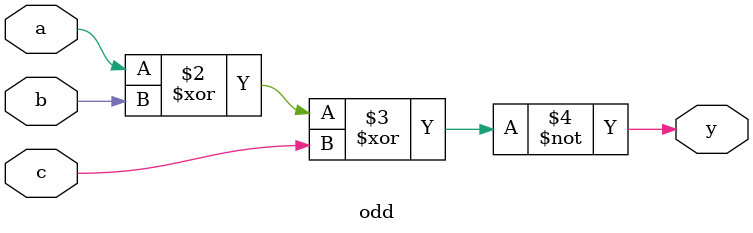
<source format=v>
module odd(input a,b,c, output y);
always@(a or b or c);
assign y = ~(a^b^c);
endmodule

</source>
